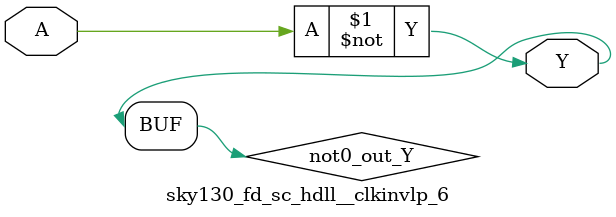
<source format=v>
module sky130_fd_sc_hdll__clkinvlp_6 (
    Y,
    A
);
    output Y;
    input  A;
    wire not0_out_Y;
    not not0 (not0_out_Y, A              );
    buf buf0 (Y         , not0_out_Y     );
endmodule
</source>
